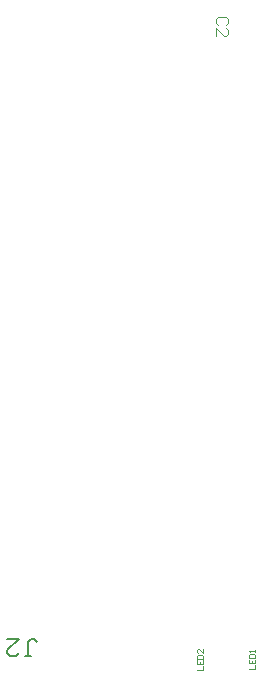
<source format=gbr>
G04*
G04 #@! TF.GenerationSoftware,Altium Limited,Altium Designer,24.0.1 (36)*
G04*
G04 Layer_Color=32768*
%FSLAX25Y25*%
%MOIN*%
G70*
G04*
G04 #@! TF.SameCoordinates,A2E01C4A-C41F-4235-85C4-DC12FCC8AE1E*
G04*
G04*
G04 #@! TF.FilePolarity,Positive*
G04*
G01*
G75*
%ADD102C,0.00197*%
%ADD103C,0.00394*%
%ADD104C,0.00591*%
D102*
X295516Y215392D02*
X297484D01*
Y216704D01*
X295516Y218672D02*
Y217360D01*
X297484D01*
Y218672D01*
X296500Y217360D02*
Y218016D01*
X295516Y219328D02*
X297484D01*
Y220312D01*
X297156Y220640D01*
X295844D01*
X295516Y220312D01*
Y219328D01*
X297484Y222608D02*
Y221296D01*
X296172Y222608D01*
X295844D01*
X295516Y222280D01*
Y221624D01*
X295844Y221296D01*
X313016Y215720D02*
X314984D01*
Y217032D01*
X313016Y219000D02*
Y217688D01*
X314984D01*
Y219000D01*
X314000Y217688D02*
Y218344D01*
X313016Y219656D02*
X314984D01*
Y220640D01*
X314656Y220968D01*
X313344D01*
X313016Y220640D01*
Y219656D01*
X314984Y221624D02*
Y222280D01*
Y221952D01*
X313016D01*
X313344Y221624D01*
D103*
X305312Y430656D02*
X305968Y431312D01*
Y432624D01*
X305312Y433280D01*
X302688D01*
X302032Y432624D01*
Y431312D01*
X302688Y430656D01*
X302032Y426720D02*
Y429344D01*
X304656Y426720D01*
X305312D01*
X305968Y427376D01*
Y428688D01*
X305312Y429344D01*
D104*
X238248Y220048D02*
X240216D01*
X239232D01*
Y224968D01*
X240216Y225952D01*
X241199D01*
X242183Y224968D01*
X232344Y225952D02*
X236280D01*
X232344Y222016D01*
Y221032D01*
X233328Y220048D01*
X235296D01*
X236280Y221032D01*
M02*

</source>
